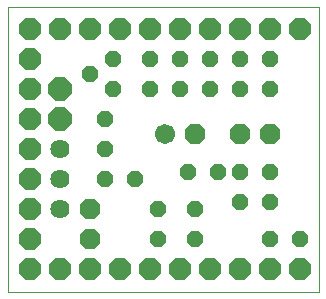
<source format=gbs>
G75*
%MOIN*%
%OFA0B0*%
%FSLAX24Y24*%
%IPPOS*%
%LPD*%
%AMOC8*
5,1,8,0,0,1.08239X$1,22.5*
%
%ADD10C,0.0000*%
%ADD11OC8,0.0560*%
%ADD12OC8,0.0670*%
%ADD13C,0.0670*%
%ADD14OC8,0.0740*%
%ADD15C,0.0640*%
%ADD16OC8,0.0800*%
D10*
X000100Y000100D02*
X000100Y009596D01*
X010470Y009596D01*
X010470Y000100D01*
X000100Y000100D01*
D11*
X003350Y003850D03*
X004350Y003850D03*
X005100Y002850D03*
X005100Y001850D03*
X006350Y001850D03*
X006350Y002850D03*
X006100Y004100D03*
X007100Y004100D03*
X007850Y004100D03*
X008850Y004100D03*
X008850Y003100D03*
X007850Y003100D03*
X008850Y001850D03*
X009850Y001850D03*
X008850Y006850D03*
X008850Y007850D03*
X007850Y007850D03*
X006850Y007850D03*
X006850Y006850D03*
X007850Y006850D03*
X005850Y006850D03*
X004850Y006850D03*
X004850Y007850D03*
X005850Y007850D03*
X003600Y007850D03*
X002850Y007350D03*
X003600Y006850D03*
X003350Y005850D03*
X003350Y004850D03*
D12*
X002850Y002850D03*
X002850Y001850D03*
X006350Y005350D03*
X007850Y005350D03*
X008850Y005350D03*
D13*
X005350Y005350D03*
D14*
X004850Y008850D03*
X003850Y008850D03*
X002850Y008850D03*
X001850Y008850D03*
X000850Y008850D03*
X000850Y007850D03*
X000850Y006850D03*
X000850Y005850D03*
X000850Y004850D03*
X000850Y003850D03*
X000850Y002850D03*
X000850Y001850D03*
X000850Y000850D03*
X001850Y000850D03*
X002850Y000850D03*
X003850Y000850D03*
X004850Y000850D03*
X005850Y000850D03*
X006850Y000850D03*
X007850Y000850D03*
X008850Y000850D03*
X009850Y000850D03*
X009850Y008850D03*
X008850Y008850D03*
X007850Y008850D03*
X006850Y008850D03*
X005850Y008850D03*
D15*
X001850Y004850D03*
X001850Y003850D03*
X001850Y002850D03*
D16*
X001850Y005850D03*
X001850Y006850D03*
M02*

</source>
